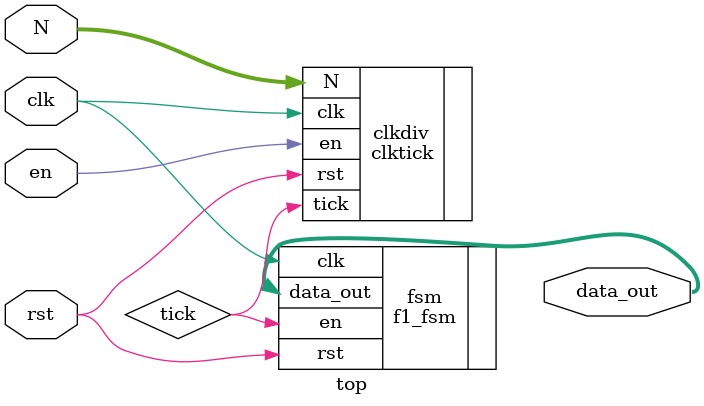
<source format=sv>
module top (
    input  logic        clk,
    input  logic        rst,
    input  logic        en,
    input  logic [15:0] N,
    output logic [7:0]  data_out   // <-- ADD THIS LINE (8 bits)
);

    logic tick;

    // Clock divider (Task 3)
    clktick clkdiv (
        .clk(clk),
        .rst(rst),
        .en(en),
        .N(N),
        .tick(tick)
    );

    // Finite State Machine (Task 1)
    f1_fsm fsm (
        .clk(clk),
        .rst(rst),
        .en(tick),          // FSM updates once per tick
        .data_out(data_out) // connect FSM output to top output
    );

endmodule

</source>
